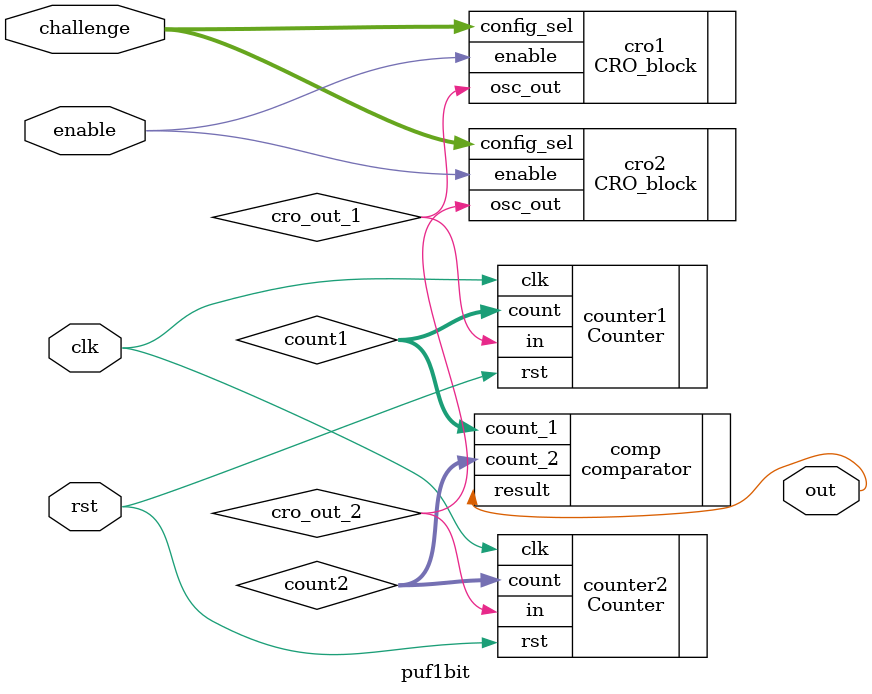
<source format=v>
`timescale 1ns / 1ps

module puf1bit(
    input enable,
    input [2:0] challenge,
    input clk,
    input rst,
    output out
    );
    
    wire [15:0] count1;
    wire [15:0] count2;
    
    wire cro_out_1;
    wire cro_out_2;
    
    CRO_block cro1(.enable(enable), .config_sel(challenge), .osc_out(cro_out_1));
    CRO_block cro2(.enable(enable), .config_sel(challenge), .osc_out(cro_out_2));
    
    Counter counter1(.in(cro_out_1), .clk(clk), .rst(rst), .count(count1));
    Counter counter2(.in(cro_out_2), .clk(clk), .rst(rst), .count(count2));
    
    comparator comp(.count_1(count1), .count_2(count2), .result(out));
    
endmodule

</source>
